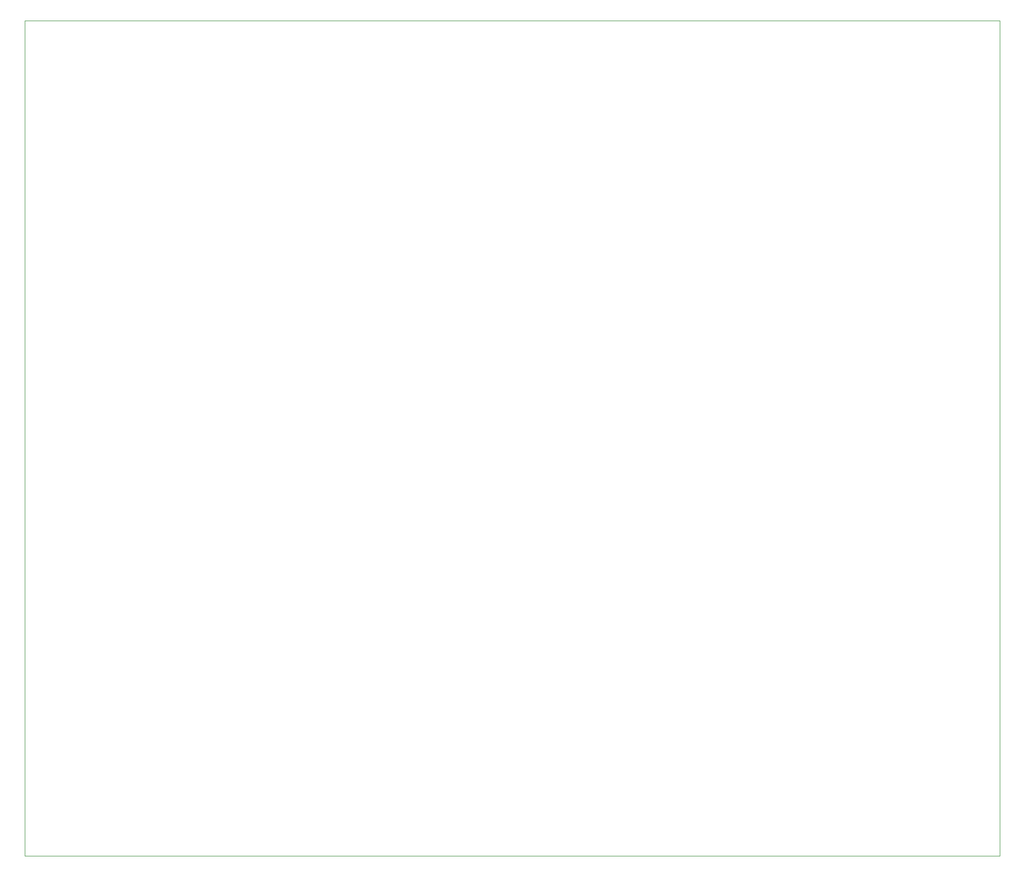
<source format=gbr>
G04 #@! TF.GenerationSoftware,KiCad,Pcbnew,(5.1.4)-1*
G04 #@! TF.CreationDate,2020-06-05T14:27:09+02:00*
G04 #@! TF.ProjectId,Breakout,42726561-6b6f-4757-942e-6b696361645f,rev?*
G04 #@! TF.SameCoordinates,Original*
G04 #@! TF.FileFunction,Profile,NP*
%FSLAX46Y46*%
G04 Gerber Fmt 4.6, Leading zero omitted, Abs format (unit mm)*
G04 Created by KiCad (PCBNEW (5.1.4)-1) date 2020-06-05 14:27:09*
%MOMM*%
%LPD*%
G04 APERTURE LIST*
%ADD10C,0.050000*%
G04 APERTURE END LIST*
D10*
X223520000Y-152400000D02*
X223520000Y-149860000D01*
X223520000Y-160020000D02*
X223520000Y-152400000D01*
X101600000Y-160020000D02*
X223520000Y-160020000D01*
X63500000Y-160020000D02*
X101600000Y-160020000D01*
X63500000Y-149860000D02*
X63500000Y-160020000D01*
X223520000Y-149860000D02*
X223520000Y-144780000D01*
X63500000Y-22860000D02*
X63500000Y-149860000D01*
X66040000Y-22860000D02*
X63500000Y-22860000D01*
X223520000Y-22860000D02*
X66040000Y-22860000D01*
X223520000Y-144780000D02*
X223520000Y-22860000D01*
M02*

</source>
